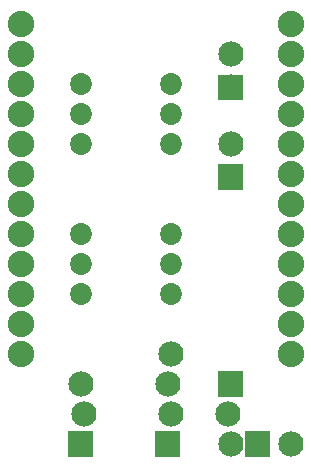
<source format=gts>
G04 MADE WITH FRITZING*
G04 WWW.FRITZING.ORG*
G04 DOUBLE SIDED*
G04 HOLES PLATED*
G04 CONTOUR ON CENTER OF CONTOUR VECTOR*
%ASAXBY*%
%FSLAX23Y23*%
%MOIN*%
%OFA0B0*%
%SFA1.0B1.0*%
%ADD10C,0.088000*%
%ADD11C,0.084000*%
%ADD12C,0.073000*%
%ADD13R,0.001000X0.001000*%
%LNMASK1*%
G90*
G70*
G54D10*
X72Y1473D03*
X72Y1373D03*
X72Y1273D03*
X72Y1173D03*
X72Y1073D03*
X72Y973D03*
X72Y873D03*
X72Y773D03*
X72Y673D03*
X72Y573D03*
X72Y473D03*
X72Y373D03*
X972Y373D03*
X972Y473D03*
X972Y573D03*
X972Y673D03*
X972Y773D03*
X972Y873D03*
X972Y973D03*
X972Y1073D03*
X972Y1173D03*
X972Y1273D03*
X972Y1373D03*
X972Y1473D03*
G54D11*
X862Y73D03*
X972Y73D03*
X862Y73D03*
X972Y73D03*
X772Y1263D03*
X772Y1373D03*
X772Y1263D03*
X772Y1373D03*
X772Y963D03*
X772Y1073D03*
X772Y963D03*
X772Y1073D03*
X562Y73D03*
X572Y173D03*
X562Y273D03*
X572Y373D03*
X562Y73D03*
X572Y173D03*
X562Y273D03*
X572Y373D03*
X772Y273D03*
X762Y173D03*
X772Y73D03*
X772Y273D03*
X762Y173D03*
X772Y73D03*
X272Y73D03*
X282Y173D03*
X272Y273D03*
X272Y73D03*
X282Y173D03*
X272Y273D03*
G54D12*
X572Y1273D03*
X572Y1173D03*
X572Y1073D03*
X272Y1073D03*
X272Y1173D03*
X272Y1273D03*
X572Y1273D03*
X572Y1173D03*
X572Y1073D03*
X272Y1073D03*
X272Y1173D03*
X272Y1273D03*
X572Y1273D03*
X572Y1173D03*
X572Y1073D03*
X272Y1073D03*
X272Y1173D03*
X272Y1273D03*
X572Y773D03*
X572Y673D03*
X572Y573D03*
X272Y573D03*
X272Y673D03*
X272Y773D03*
X572Y773D03*
X572Y673D03*
X572Y573D03*
X272Y573D03*
X272Y673D03*
X272Y773D03*
X572Y773D03*
X572Y673D03*
X572Y573D03*
X272Y573D03*
X272Y673D03*
X272Y773D03*
G54D13*
X731Y1304D02*
X814Y1304D01*
X731Y1303D02*
X814Y1303D01*
X731Y1302D02*
X814Y1302D01*
X731Y1301D02*
X814Y1301D01*
X731Y1300D02*
X814Y1300D01*
X731Y1299D02*
X814Y1299D01*
X731Y1298D02*
X814Y1298D01*
X731Y1297D02*
X814Y1297D01*
X731Y1296D02*
X814Y1296D01*
X731Y1295D02*
X814Y1295D01*
X731Y1294D02*
X814Y1294D01*
X731Y1293D02*
X814Y1293D01*
X731Y1292D02*
X814Y1292D01*
X731Y1291D02*
X814Y1291D01*
X731Y1290D02*
X814Y1290D01*
X731Y1289D02*
X814Y1289D01*
X731Y1288D02*
X814Y1288D01*
X731Y1287D02*
X814Y1287D01*
X731Y1286D02*
X814Y1286D01*
X731Y1285D02*
X814Y1285D01*
X731Y1284D02*
X814Y1284D01*
X731Y1283D02*
X814Y1283D01*
X731Y1282D02*
X814Y1282D01*
X731Y1281D02*
X814Y1281D01*
X731Y1280D02*
X814Y1280D01*
X731Y1279D02*
X814Y1279D01*
X731Y1278D02*
X814Y1278D01*
X731Y1277D02*
X767Y1277D01*
X779Y1277D02*
X814Y1277D01*
X731Y1276D02*
X765Y1276D01*
X780Y1276D02*
X814Y1276D01*
X731Y1275D02*
X763Y1275D01*
X782Y1275D02*
X814Y1275D01*
X731Y1274D02*
X762Y1274D01*
X783Y1274D02*
X814Y1274D01*
X731Y1273D02*
X761Y1273D01*
X784Y1273D02*
X814Y1273D01*
X731Y1272D02*
X760Y1272D01*
X785Y1272D02*
X814Y1272D01*
X731Y1271D02*
X759Y1271D01*
X786Y1271D02*
X814Y1271D01*
X731Y1270D02*
X759Y1270D01*
X786Y1270D02*
X814Y1270D01*
X731Y1269D02*
X758Y1269D01*
X787Y1269D02*
X814Y1269D01*
X731Y1268D02*
X758Y1268D01*
X787Y1268D02*
X814Y1268D01*
X731Y1267D02*
X758Y1267D01*
X787Y1267D02*
X814Y1267D01*
X731Y1266D02*
X757Y1266D01*
X788Y1266D02*
X814Y1266D01*
X731Y1265D02*
X757Y1265D01*
X788Y1265D02*
X814Y1265D01*
X731Y1264D02*
X757Y1264D01*
X788Y1264D02*
X814Y1264D01*
X731Y1263D02*
X757Y1263D01*
X788Y1263D02*
X814Y1263D01*
X731Y1262D02*
X757Y1262D01*
X788Y1262D02*
X814Y1262D01*
X731Y1261D02*
X757Y1261D01*
X788Y1261D02*
X814Y1261D01*
X731Y1260D02*
X757Y1260D01*
X788Y1260D02*
X814Y1260D01*
X731Y1259D02*
X758Y1259D01*
X788Y1259D02*
X814Y1259D01*
X731Y1258D02*
X758Y1258D01*
X787Y1258D02*
X814Y1258D01*
X731Y1257D02*
X758Y1257D01*
X787Y1257D02*
X814Y1257D01*
X731Y1256D02*
X759Y1256D01*
X786Y1256D02*
X814Y1256D01*
X731Y1255D02*
X759Y1255D01*
X786Y1255D02*
X814Y1255D01*
X731Y1254D02*
X760Y1254D01*
X785Y1254D02*
X814Y1254D01*
X731Y1253D02*
X761Y1253D01*
X784Y1253D02*
X814Y1253D01*
X731Y1252D02*
X762Y1252D01*
X783Y1252D02*
X814Y1252D01*
X731Y1251D02*
X763Y1251D01*
X782Y1251D02*
X814Y1251D01*
X731Y1250D02*
X764Y1250D01*
X781Y1250D02*
X814Y1250D01*
X731Y1249D02*
X766Y1249D01*
X779Y1249D02*
X814Y1249D01*
X731Y1248D02*
X814Y1248D01*
X731Y1247D02*
X814Y1247D01*
X731Y1246D02*
X814Y1246D01*
X731Y1245D02*
X814Y1245D01*
X731Y1244D02*
X814Y1244D01*
X731Y1243D02*
X814Y1243D01*
X731Y1242D02*
X814Y1242D01*
X731Y1241D02*
X814Y1241D01*
X731Y1240D02*
X814Y1240D01*
X731Y1239D02*
X814Y1239D01*
X731Y1238D02*
X814Y1238D01*
X731Y1237D02*
X814Y1237D01*
X731Y1236D02*
X814Y1236D01*
X731Y1235D02*
X814Y1235D01*
X731Y1234D02*
X814Y1234D01*
X731Y1233D02*
X814Y1233D01*
X731Y1232D02*
X814Y1232D01*
X731Y1231D02*
X814Y1231D01*
X731Y1230D02*
X814Y1230D01*
X731Y1229D02*
X814Y1229D01*
X731Y1228D02*
X814Y1228D01*
X731Y1227D02*
X814Y1227D01*
X731Y1226D02*
X814Y1226D01*
X731Y1225D02*
X814Y1225D01*
X731Y1224D02*
X814Y1224D01*
X731Y1223D02*
X814Y1223D01*
X731Y1222D02*
X814Y1222D01*
X731Y1221D02*
X814Y1221D01*
X731Y1005D02*
X814Y1005D01*
X731Y1004D02*
X814Y1004D01*
X731Y1003D02*
X814Y1003D01*
X731Y1002D02*
X814Y1002D01*
X731Y1001D02*
X814Y1001D01*
X731Y1000D02*
X814Y1000D01*
X731Y999D02*
X814Y999D01*
X731Y998D02*
X814Y998D01*
X731Y997D02*
X814Y997D01*
X731Y996D02*
X814Y996D01*
X731Y995D02*
X814Y995D01*
X731Y994D02*
X814Y994D01*
X731Y993D02*
X814Y993D01*
X731Y992D02*
X814Y992D01*
X731Y991D02*
X814Y991D01*
X731Y990D02*
X814Y990D01*
X731Y989D02*
X814Y989D01*
X731Y988D02*
X814Y988D01*
X731Y987D02*
X814Y987D01*
X731Y986D02*
X814Y986D01*
X731Y985D02*
X814Y985D01*
X731Y984D02*
X814Y984D01*
X731Y983D02*
X814Y983D01*
X731Y982D02*
X814Y982D01*
X731Y981D02*
X814Y981D01*
X731Y980D02*
X814Y980D01*
X731Y979D02*
X814Y979D01*
X731Y978D02*
X814Y978D01*
X731Y977D02*
X766Y977D01*
X779Y977D02*
X814Y977D01*
X731Y976D02*
X764Y976D01*
X781Y976D02*
X814Y976D01*
X731Y975D02*
X763Y975D01*
X782Y975D02*
X814Y975D01*
X731Y974D02*
X762Y974D01*
X783Y974D02*
X814Y974D01*
X731Y973D02*
X761Y973D01*
X784Y973D02*
X814Y973D01*
X731Y972D02*
X760Y972D01*
X785Y972D02*
X814Y972D01*
X731Y971D02*
X759Y971D01*
X786Y971D02*
X814Y971D01*
X731Y970D02*
X759Y970D01*
X786Y970D02*
X814Y970D01*
X731Y969D02*
X758Y969D01*
X787Y969D02*
X814Y969D01*
X731Y968D02*
X758Y968D01*
X787Y968D02*
X814Y968D01*
X731Y967D02*
X758Y967D01*
X788Y967D02*
X814Y967D01*
X731Y966D02*
X757Y966D01*
X788Y966D02*
X814Y966D01*
X731Y965D02*
X757Y965D01*
X788Y965D02*
X814Y965D01*
X731Y964D02*
X757Y964D01*
X788Y964D02*
X814Y964D01*
X731Y963D02*
X757Y963D01*
X788Y963D02*
X814Y963D01*
X731Y962D02*
X757Y962D01*
X788Y962D02*
X814Y962D01*
X731Y961D02*
X757Y961D01*
X788Y961D02*
X814Y961D01*
X731Y960D02*
X757Y960D01*
X788Y960D02*
X814Y960D01*
X731Y959D02*
X758Y959D01*
X787Y959D02*
X814Y959D01*
X731Y958D02*
X758Y958D01*
X787Y958D02*
X814Y958D01*
X731Y957D02*
X758Y957D01*
X787Y957D02*
X814Y957D01*
X731Y956D02*
X759Y956D01*
X786Y956D02*
X814Y956D01*
X731Y955D02*
X759Y955D01*
X786Y955D02*
X814Y955D01*
X731Y954D02*
X760Y954D01*
X785Y954D02*
X814Y954D01*
X731Y953D02*
X761Y953D01*
X784Y953D02*
X814Y953D01*
X731Y952D02*
X762Y952D01*
X783Y952D02*
X814Y952D01*
X731Y951D02*
X763Y951D01*
X782Y951D02*
X814Y951D01*
X731Y950D02*
X765Y950D01*
X781Y950D02*
X814Y950D01*
X731Y949D02*
X767Y949D01*
X779Y949D02*
X814Y949D01*
X731Y948D02*
X814Y948D01*
X731Y947D02*
X814Y947D01*
X731Y946D02*
X814Y946D01*
X731Y945D02*
X814Y945D01*
X731Y944D02*
X814Y944D01*
X731Y943D02*
X814Y943D01*
X731Y942D02*
X814Y942D01*
X731Y941D02*
X814Y941D01*
X731Y940D02*
X814Y940D01*
X731Y939D02*
X814Y939D01*
X731Y938D02*
X814Y938D01*
X731Y937D02*
X814Y937D01*
X731Y936D02*
X814Y936D01*
X731Y935D02*
X814Y935D01*
X731Y934D02*
X814Y934D01*
X731Y933D02*
X814Y933D01*
X731Y932D02*
X814Y932D01*
X731Y931D02*
X814Y931D01*
X731Y930D02*
X814Y930D01*
X731Y929D02*
X814Y929D01*
X731Y928D02*
X814Y928D01*
X731Y927D02*
X814Y927D01*
X731Y926D02*
X814Y926D01*
X731Y925D02*
X814Y925D01*
X731Y924D02*
X814Y924D01*
X731Y923D02*
X814Y923D01*
X731Y922D02*
X814Y922D01*
X731Y315D02*
X814Y315D01*
X731Y314D02*
X814Y314D01*
X731Y313D02*
X814Y313D01*
X731Y312D02*
X814Y312D01*
X731Y311D02*
X814Y311D01*
X731Y310D02*
X814Y310D01*
X731Y309D02*
X814Y309D01*
X731Y308D02*
X814Y308D01*
X731Y307D02*
X814Y307D01*
X731Y306D02*
X814Y306D01*
X731Y305D02*
X814Y305D01*
X731Y304D02*
X814Y304D01*
X731Y303D02*
X814Y303D01*
X731Y302D02*
X814Y302D01*
X731Y301D02*
X814Y301D01*
X731Y300D02*
X814Y300D01*
X731Y299D02*
X814Y299D01*
X731Y298D02*
X814Y298D01*
X731Y297D02*
X814Y297D01*
X731Y296D02*
X814Y296D01*
X731Y295D02*
X814Y295D01*
X731Y294D02*
X814Y294D01*
X731Y293D02*
X814Y293D01*
X731Y292D02*
X814Y292D01*
X731Y291D02*
X814Y291D01*
X731Y290D02*
X814Y290D01*
X731Y289D02*
X814Y289D01*
X731Y288D02*
X771Y288D01*
X774Y288D02*
X814Y288D01*
X731Y287D02*
X766Y287D01*
X779Y287D02*
X814Y287D01*
X731Y286D02*
X764Y286D01*
X781Y286D02*
X814Y286D01*
X731Y285D02*
X763Y285D01*
X782Y285D02*
X814Y285D01*
X731Y284D02*
X762Y284D01*
X783Y284D02*
X814Y284D01*
X731Y283D02*
X761Y283D01*
X784Y283D02*
X814Y283D01*
X731Y282D02*
X760Y282D01*
X785Y282D02*
X814Y282D01*
X731Y281D02*
X759Y281D01*
X786Y281D02*
X814Y281D01*
X731Y280D02*
X759Y280D01*
X786Y280D02*
X814Y280D01*
X731Y279D02*
X758Y279D01*
X787Y279D02*
X814Y279D01*
X731Y278D02*
X758Y278D01*
X787Y278D02*
X814Y278D01*
X731Y277D02*
X758Y277D01*
X788Y277D02*
X814Y277D01*
X731Y276D02*
X757Y276D01*
X788Y276D02*
X814Y276D01*
X731Y275D02*
X757Y275D01*
X788Y275D02*
X814Y275D01*
X731Y274D02*
X757Y274D01*
X788Y274D02*
X814Y274D01*
X731Y273D02*
X757Y273D01*
X788Y273D02*
X814Y273D01*
X731Y272D02*
X757Y272D01*
X788Y272D02*
X814Y272D01*
X731Y271D02*
X757Y271D01*
X788Y271D02*
X814Y271D01*
X731Y270D02*
X757Y270D01*
X788Y270D02*
X814Y270D01*
X731Y269D02*
X758Y269D01*
X787Y269D02*
X814Y269D01*
X731Y268D02*
X758Y268D01*
X787Y268D02*
X814Y268D01*
X731Y267D02*
X758Y267D01*
X787Y267D02*
X814Y267D01*
X731Y266D02*
X759Y266D01*
X786Y266D02*
X814Y266D01*
X731Y265D02*
X759Y265D01*
X786Y265D02*
X814Y265D01*
X731Y264D02*
X760Y264D01*
X785Y264D02*
X814Y264D01*
X731Y263D02*
X761Y263D01*
X784Y263D02*
X814Y263D01*
X731Y262D02*
X762Y262D01*
X783Y262D02*
X814Y262D01*
X731Y261D02*
X763Y261D01*
X782Y261D02*
X814Y261D01*
X731Y260D02*
X765Y260D01*
X780Y260D02*
X814Y260D01*
X731Y259D02*
X767Y259D01*
X778Y259D02*
X814Y259D01*
X731Y258D02*
X814Y258D01*
X731Y257D02*
X814Y257D01*
X731Y256D02*
X814Y256D01*
X731Y255D02*
X814Y255D01*
X731Y254D02*
X814Y254D01*
X731Y253D02*
X814Y253D01*
X731Y252D02*
X814Y252D01*
X731Y251D02*
X814Y251D01*
X731Y250D02*
X814Y250D01*
X731Y249D02*
X814Y249D01*
X731Y248D02*
X814Y248D01*
X731Y247D02*
X814Y247D01*
X731Y246D02*
X814Y246D01*
X731Y245D02*
X814Y245D01*
X731Y244D02*
X814Y244D01*
X731Y243D02*
X814Y243D01*
X731Y242D02*
X814Y242D01*
X731Y241D02*
X814Y241D01*
X731Y240D02*
X814Y240D01*
X731Y239D02*
X814Y239D01*
X731Y238D02*
X814Y238D01*
X731Y237D02*
X814Y237D01*
X731Y236D02*
X814Y236D01*
X731Y235D02*
X814Y235D01*
X731Y234D02*
X814Y234D01*
X731Y233D02*
X814Y233D01*
X731Y232D02*
X814Y232D01*
X231Y115D02*
X314Y115D01*
X521Y115D02*
X604Y115D01*
X821Y115D02*
X904Y115D01*
X231Y114D02*
X314Y114D01*
X521Y114D02*
X604Y114D01*
X821Y114D02*
X904Y114D01*
X231Y113D02*
X314Y113D01*
X521Y113D02*
X604Y113D01*
X821Y113D02*
X904Y113D01*
X231Y112D02*
X314Y112D01*
X521Y112D02*
X604Y112D01*
X821Y112D02*
X904Y112D01*
X231Y111D02*
X314Y111D01*
X521Y111D02*
X604Y111D01*
X821Y111D02*
X904Y111D01*
X231Y110D02*
X314Y110D01*
X521Y110D02*
X604Y110D01*
X821Y110D02*
X904Y110D01*
X231Y109D02*
X314Y109D01*
X521Y109D02*
X604Y109D01*
X821Y109D02*
X904Y109D01*
X231Y108D02*
X314Y108D01*
X521Y108D02*
X604Y108D01*
X821Y108D02*
X904Y108D01*
X231Y107D02*
X314Y107D01*
X521Y107D02*
X604Y107D01*
X821Y107D02*
X904Y107D01*
X231Y106D02*
X314Y106D01*
X521Y106D02*
X604Y106D01*
X821Y106D02*
X904Y106D01*
X231Y105D02*
X314Y105D01*
X521Y105D02*
X604Y105D01*
X821Y105D02*
X904Y105D01*
X231Y104D02*
X314Y104D01*
X521Y104D02*
X604Y104D01*
X821Y104D02*
X904Y104D01*
X231Y103D02*
X314Y103D01*
X521Y103D02*
X604Y103D01*
X821Y103D02*
X904Y103D01*
X231Y102D02*
X314Y102D01*
X521Y102D02*
X604Y102D01*
X821Y102D02*
X904Y102D01*
X231Y101D02*
X314Y101D01*
X521Y101D02*
X604Y101D01*
X821Y101D02*
X904Y101D01*
X231Y100D02*
X314Y100D01*
X521Y100D02*
X604Y100D01*
X821Y100D02*
X904Y100D01*
X231Y99D02*
X314Y99D01*
X521Y99D02*
X604Y99D01*
X821Y99D02*
X904Y99D01*
X231Y98D02*
X314Y98D01*
X521Y98D02*
X604Y98D01*
X821Y98D02*
X904Y98D01*
X231Y97D02*
X314Y97D01*
X521Y97D02*
X604Y97D01*
X821Y97D02*
X904Y97D01*
X231Y96D02*
X314Y96D01*
X521Y96D02*
X604Y96D01*
X821Y96D02*
X904Y96D01*
X231Y95D02*
X314Y95D01*
X521Y95D02*
X604Y95D01*
X821Y95D02*
X904Y95D01*
X231Y94D02*
X314Y94D01*
X521Y94D02*
X604Y94D01*
X821Y94D02*
X904Y94D01*
X231Y93D02*
X314Y93D01*
X521Y93D02*
X604Y93D01*
X821Y93D02*
X904Y93D01*
X231Y92D02*
X314Y92D01*
X521Y92D02*
X604Y92D01*
X821Y92D02*
X904Y92D01*
X231Y91D02*
X314Y91D01*
X521Y91D02*
X604Y91D01*
X821Y91D02*
X904Y91D01*
X231Y90D02*
X314Y90D01*
X521Y90D02*
X604Y90D01*
X821Y90D02*
X904Y90D01*
X231Y89D02*
X314Y89D01*
X521Y89D02*
X604Y89D01*
X821Y89D02*
X904Y89D01*
X231Y88D02*
X271Y88D01*
X274Y88D02*
X314Y88D01*
X521Y88D02*
X561Y88D01*
X564Y88D02*
X604Y88D01*
X821Y88D02*
X861Y88D01*
X864Y88D02*
X904Y88D01*
X231Y87D02*
X266Y87D01*
X279Y87D02*
X314Y87D01*
X521Y87D02*
X556Y87D01*
X569Y87D02*
X604Y87D01*
X821Y87D02*
X856Y87D01*
X869Y87D02*
X904Y87D01*
X231Y86D02*
X264Y86D01*
X281Y86D02*
X314Y86D01*
X521Y86D02*
X554Y86D01*
X571Y86D02*
X604Y86D01*
X821Y86D02*
X854Y86D01*
X871Y86D02*
X904Y86D01*
X231Y85D02*
X263Y85D01*
X282Y85D02*
X314Y85D01*
X521Y85D02*
X553Y85D01*
X572Y85D02*
X604Y85D01*
X821Y85D02*
X853Y85D01*
X872Y85D02*
X904Y85D01*
X231Y84D02*
X262Y84D01*
X283Y84D02*
X314Y84D01*
X521Y84D02*
X552Y84D01*
X573Y84D02*
X604Y84D01*
X821Y84D02*
X852Y84D01*
X873Y84D02*
X904Y84D01*
X231Y83D02*
X261Y83D01*
X284Y83D02*
X314Y83D01*
X521Y83D02*
X551Y83D01*
X574Y83D02*
X604Y83D01*
X821Y83D02*
X851Y83D01*
X874Y83D02*
X904Y83D01*
X231Y82D02*
X260Y82D01*
X285Y82D02*
X314Y82D01*
X521Y82D02*
X550Y82D01*
X575Y82D02*
X604Y82D01*
X821Y82D02*
X850Y82D01*
X875Y82D02*
X904Y82D01*
X231Y81D02*
X259Y81D01*
X286Y81D02*
X314Y81D01*
X521Y81D02*
X549Y81D01*
X576Y81D02*
X604Y81D01*
X821Y81D02*
X849Y81D01*
X876Y81D02*
X904Y81D01*
X231Y80D02*
X259Y80D01*
X286Y80D02*
X314Y80D01*
X521Y80D02*
X549Y80D01*
X576Y80D02*
X604Y80D01*
X821Y80D02*
X849Y80D01*
X876Y80D02*
X904Y80D01*
X231Y79D02*
X258Y79D01*
X287Y79D02*
X314Y79D01*
X521Y79D02*
X548Y79D01*
X577Y79D02*
X604Y79D01*
X821Y79D02*
X848Y79D01*
X877Y79D02*
X904Y79D01*
X231Y78D02*
X258Y78D01*
X287Y78D02*
X314Y78D01*
X521Y78D02*
X548Y78D01*
X577Y78D02*
X604Y78D01*
X821Y78D02*
X848Y78D01*
X877Y78D02*
X904Y78D01*
X231Y77D02*
X258Y77D01*
X288Y77D02*
X314Y77D01*
X521Y77D02*
X548Y77D01*
X578Y77D02*
X604Y77D01*
X821Y77D02*
X848Y77D01*
X878Y77D02*
X904Y77D01*
X231Y76D02*
X257Y76D01*
X288Y76D02*
X314Y76D01*
X521Y76D02*
X547Y76D01*
X578Y76D02*
X604Y76D01*
X821Y76D02*
X847Y76D01*
X878Y76D02*
X904Y76D01*
X231Y75D02*
X257Y75D01*
X288Y75D02*
X314Y75D01*
X521Y75D02*
X547Y75D01*
X578Y75D02*
X604Y75D01*
X821Y75D02*
X847Y75D01*
X878Y75D02*
X904Y75D01*
X231Y74D02*
X257Y74D01*
X288Y74D02*
X314Y74D01*
X521Y74D02*
X547Y74D01*
X578Y74D02*
X604Y74D01*
X821Y74D02*
X847Y74D01*
X878Y74D02*
X904Y74D01*
X231Y73D02*
X257Y73D01*
X288Y73D02*
X314Y73D01*
X521Y73D02*
X547Y73D01*
X578Y73D02*
X604Y73D01*
X821Y73D02*
X847Y73D01*
X878Y73D02*
X904Y73D01*
X231Y72D02*
X257Y72D01*
X288Y72D02*
X314Y72D01*
X521Y72D02*
X547Y72D01*
X578Y72D02*
X604Y72D01*
X821Y72D02*
X847Y72D01*
X878Y72D02*
X904Y72D01*
X231Y71D02*
X257Y71D01*
X288Y71D02*
X314Y71D01*
X521Y71D02*
X547Y71D01*
X578Y71D02*
X604Y71D01*
X821Y71D02*
X847Y71D01*
X878Y71D02*
X904Y71D01*
X231Y70D02*
X257Y70D01*
X288Y70D02*
X314Y70D01*
X521Y70D02*
X547Y70D01*
X578Y70D02*
X604Y70D01*
X821Y70D02*
X847Y70D01*
X878Y70D02*
X904Y70D01*
X231Y69D02*
X258Y69D01*
X288Y69D02*
X314Y69D01*
X521Y69D02*
X548Y69D01*
X577Y69D02*
X604Y69D01*
X821Y69D02*
X848Y69D01*
X877Y69D02*
X904Y69D01*
X231Y68D02*
X258Y68D01*
X287Y68D02*
X314Y68D01*
X521Y68D02*
X548Y68D01*
X577Y68D02*
X604Y68D01*
X821Y68D02*
X848Y68D01*
X877Y68D02*
X904Y68D01*
X231Y67D02*
X258Y67D01*
X287Y67D02*
X314Y67D01*
X521Y67D02*
X548Y67D01*
X577Y67D02*
X604Y67D01*
X821Y67D02*
X848Y67D01*
X877Y67D02*
X904Y67D01*
X231Y66D02*
X259Y66D01*
X286Y66D02*
X314Y66D01*
X521Y66D02*
X549Y66D01*
X576Y66D02*
X604Y66D01*
X821Y66D02*
X849Y66D01*
X876Y66D02*
X904Y66D01*
X231Y65D02*
X259Y65D01*
X286Y65D02*
X314Y65D01*
X521Y65D02*
X549Y65D01*
X576Y65D02*
X604Y65D01*
X821Y65D02*
X849Y65D01*
X876Y65D02*
X904Y65D01*
X231Y64D02*
X260Y64D01*
X285Y64D02*
X314Y64D01*
X521Y64D02*
X550Y64D01*
X575Y64D02*
X604Y64D01*
X821Y64D02*
X850Y64D01*
X875Y64D02*
X904Y64D01*
X231Y63D02*
X261Y63D01*
X284Y63D02*
X314Y63D01*
X521Y63D02*
X551Y63D01*
X574Y63D02*
X604Y63D01*
X821Y63D02*
X851Y63D01*
X874Y63D02*
X904Y63D01*
X231Y62D02*
X262Y62D01*
X283Y62D02*
X314Y62D01*
X521Y62D02*
X552Y62D01*
X573Y62D02*
X604Y62D01*
X821Y62D02*
X852Y62D01*
X873Y62D02*
X904Y62D01*
X231Y61D02*
X263Y61D01*
X282Y61D02*
X314Y61D01*
X521Y61D02*
X553Y61D01*
X572Y61D02*
X604Y61D01*
X821Y61D02*
X853Y61D01*
X872Y61D02*
X904Y61D01*
X231Y60D02*
X265Y60D01*
X280Y60D02*
X314Y60D01*
X521Y60D02*
X555Y60D01*
X570Y60D02*
X604Y60D01*
X821Y60D02*
X855Y60D01*
X870Y60D02*
X904Y60D01*
X231Y59D02*
X267Y59D01*
X278Y59D02*
X314Y59D01*
X521Y59D02*
X557Y59D01*
X568Y59D02*
X604Y59D01*
X821Y59D02*
X857Y59D01*
X868Y59D02*
X904Y59D01*
X231Y58D02*
X314Y58D01*
X521Y58D02*
X604Y58D01*
X821Y58D02*
X904Y58D01*
X231Y57D02*
X314Y57D01*
X521Y57D02*
X604Y57D01*
X821Y57D02*
X904Y57D01*
X231Y56D02*
X314Y56D01*
X521Y56D02*
X604Y56D01*
X821Y56D02*
X904Y56D01*
X231Y55D02*
X314Y55D01*
X521Y55D02*
X604Y55D01*
X821Y55D02*
X904Y55D01*
X231Y54D02*
X314Y54D01*
X521Y54D02*
X604Y54D01*
X821Y54D02*
X904Y54D01*
X231Y53D02*
X314Y53D01*
X521Y53D02*
X604Y53D01*
X821Y53D02*
X904Y53D01*
X231Y52D02*
X314Y52D01*
X521Y52D02*
X604Y52D01*
X821Y52D02*
X904Y52D01*
X231Y51D02*
X314Y51D01*
X521Y51D02*
X604Y51D01*
X821Y51D02*
X904Y51D01*
X231Y50D02*
X314Y50D01*
X521Y50D02*
X604Y50D01*
X821Y50D02*
X904Y50D01*
X231Y49D02*
X314Y49D01*
X521Y49D02*
X604Y49D01*
X821Y49D02*
X904Y49D01*
X231Y48D02*
X314Y48D01*
X521Y48D02*
X604Y48D01*
X821Y48D02*
X904Y48D01*
X231Y47D02*
X314Y47D01*
X521Y47D02*
X604Y47D01*
X821Y47D02*
X904Y47D01*
X231Y46D02*
X314Y46D01*
X521Y46D02*
X604Y46D01*
X821Y46D02*
X904Y46D01*
X231Y45D02*
X314Y45D01*
X521Y45D02*
X604Y45D01*
X821Y45D02*
X904Y45D01*
X231Y44D02*
X314Y44D01*
X521Y44D02*
X604Y44D01*
X821Y44D02*
X904Y44D01*
X231Y43D02*
X314Y43D01*
X521Y43D02*
X604Y43D01*
X821Y43D02*
X904Y43D01*
X231Y42D02*
X314Y42D01*
X521Y42D02*
X604Y42D01*
X821Y42D02*
X904Y42D01*
X231Y41D02*
X314Y41D01*
X521Y41D02*
X604Y41D01*
X821Y41D02*
X904Y41D01*
X231Y40D02*
X314Y40D01*
X521Y40D02*
X604Y40D01*
X821Y40D02*
X904Y40D01*
X231Y39D02*
X314Y39D01*
X521Y39D02*
X604Y39D01*
X821Y39D02*
X904Y39D01*
X231Y38D02*
X314Y38D01*
X521Y38D02*
X604Y38D01*
X821Y38D02*
X904Y38D01*
X231Y37D02*
X314Y37D01*
X521Y37D02*
X604Y37D01*
X821Y37D02*
X904Y37D01*
X231Y36D02*
X314Y36D01*
X521Y36D02*
X604Y36D01*
X821Y36D02*
X904Y36D01*
X231Y35D02*
X314Y35D01*
X521Y35D02*
X604Y35D01*
X821Y35D02*
X904Y35D01*
X231Y34D02*
X314Y34D01*
X521Y34D02*
X604Y34D01*
X821Y34D02*
X904Y34D01*
X231Y33D02*
X314Y33D01*
X521Y33D02*
X604Y33D01*
X821Y33D02*
X904Y33D01*
X231Y32D02*
X314Y32D01*
X521Y32D02*
X604Y32D01*
X821Y32D02*
X904Y32D01*
D02*
G04 End of Mask1*
M02*
</source>
